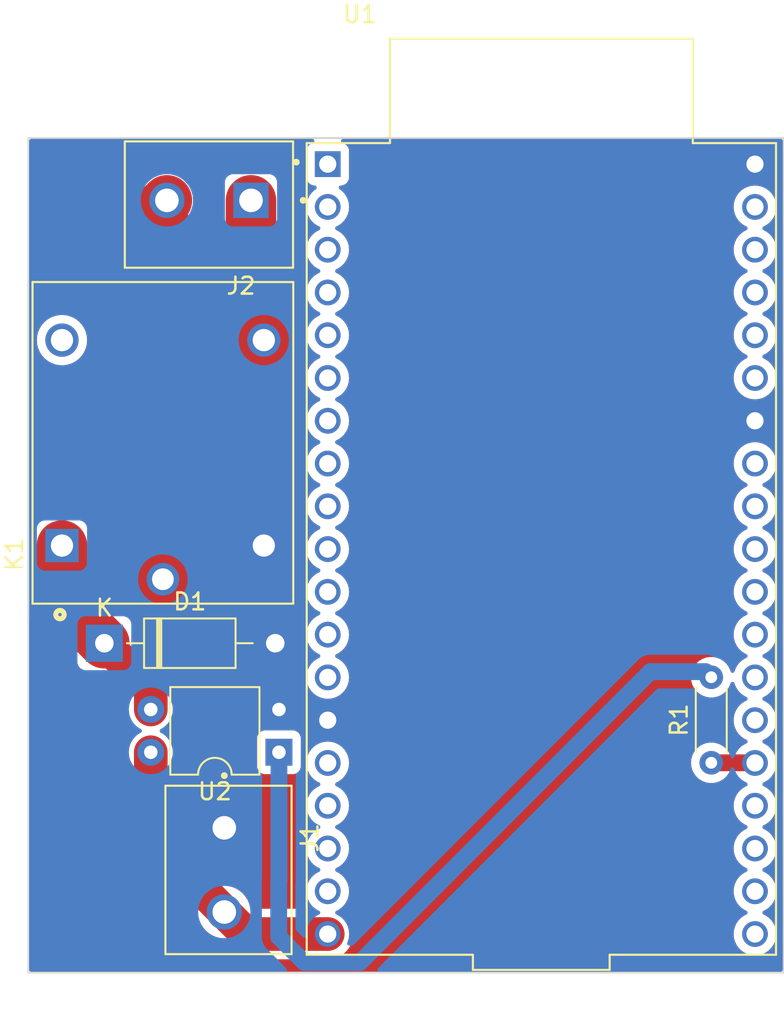
<source format=kicad_pcb>
(kicad_pcb (version 20221018) (generator pcbnew)
  (layers (0 "F.Cu" signal) (31 "B.Cu" signal) (34 "B.Paste" user) (35 "F.Paste" user) (36 "B.SilkS" user "B.Silkscreen") (37 "F.SilkS" user "F.Silkscreen") (38 "B.Mask" user) (39 "F.Mask" user) (44 "Edge.Cuts" user))
  (net 0 "")
  (net 1 "Net-(D1-K)")
  (net 2 "GND")
  (net 21 "+5V")
  (net 26 "Net-(U1-IO2)")
  (net 39 "Net-(R1-Pad2)")
  (net 40 "Net-(J2-Pad1)")
  (net 41 "Net-(J2-Pad2)")
  (footprint "ESP32-DEVKITC:MODULE_ESP32-DEVKITC" (layer "F.Cu") (at 94.1 87.2)
    (fp_text reference "U1" (at -10.795 -31.75) (layer "F.SilkS"))
    (fp_text value "ESP32-DEVKITC")
    (fp_line (start -13.95 -24.1) (end -13.95 24.1) (stroke (width 0.127)) (layer "F.SilkS"))
    (fp_line (start -13.95 24.1) (end -4.07 24.1) (stroke (width 0.127)) (layer "F.SilkS"))
    (fp_line (start -9 -30.3) (end 9 -30.3) (stroke (width 0.127)) (layer "F.SilkS"))
    (fp_line (start -9 -24.1) (end -13.95 -24.1) (stroke (width 0.127)) (layer "F.SilkS"))
    (fp_line (start -9 -24.1) (end -9 -30.3) (stroke (width 0.127)) (layer "F.SilkS"))
    (fp_line (start -4.07 24.1) (end -4.07 25) (stroke (width 0.127)) (layer "F.SilkS"))
    (fp_line (start -4.07 25) (end 4.06 25) (stroke (width 0.127)) (layer "F.SilkS"))
    (fp_line (start 4.06 24.1) (end 13.95 24.1) (stroke (width 0.127)) (layer "F.SilkS"))
    (fp_line (start 4.06 25) (end 4.06 24.1) (stroke (width 0.127)) (layer "F.SilkS"))
    (fp_line (start 9 -30.3) (end 9 -24.1) (stroke (width 0.127)) (layer "F.SilkS"))
    (fp_line (start 13.95 -24.1) (end 9 -24.1) (stroke (width 0.127)) (layer "F.SilkS"))
    (fp_line (start 13.95 24.1) (end 13.95 -24.1) (stroke (width 0.127)) (layer "F.SilkS"))
    (fp_circle (center -14.57 -22.97) (end -14.47 -22.97) (stroke (width 0.2)) (fill none) (layer "F.SilkS"))
    (pad "1" thru_hole rect (at -12.7 -22.85) (size 1.53 1.53) (drill 1.02) (layers "*.Cu" "*.Mask"))
    (pad "2" thru_hole circle (at -12.7 -20.31) (size 1.53 1.53) (drill 1.02) (layers "*.Cu" "*.Mask"))
    (pad "3" thru_hole circle (at -12.7 -17.77) (size 1.53 1.53) (drill 1.02) (layers "*.Cu" "*.Mask"))
    (pad "4" thru_hole circle (at -12.7 -15.23) (size 1.53 1.53) (drill 1.02) (layers "*.Cu" "*.Mask"))
    (pad "5" thru_hole circle (at -12.7 -12.69) (size 1.53 1.53) (drill 1.02) (layers "*.Cu" "*.Mask"))
    (pad "6" thru_hole circle (at -12.7 -10.15) (size 1.53 1.53) (drill 1.02) (layers "*.Cu" "*.Mask"))
    (pad "7" thru_hole circle (at -12.7 -7.61) (size 1.53 1.53) (drill 1.02) (layers "*.Cu" "*.Mask"))
    (pad "8" thru_hole circle (at -12.7 -5.07) (size 1.53 1.53) (drill 1.02) (layers "*.Cu" "*.Mask"))
    (pad "9" thru_hole circle (at -12.7 -2.53) (size 1.53 1.53) (drill 1.02) (layers "*.Cu" "*.Mask"))
    (pad "10" thru_hole circle (at -12.7 0.01) (size 1.53 1.53) (drill 1.02) (layers "*.Cu" "*.Mask"))
    (pad "11" thru_hole circle (at -12.7 2.55) (size 1.53 1.53) (drill 1.02) (layers "*.Cu" "*.Mask"))
    (pad "12" thru_hole circle (at -12.7 5.09) (size 1.53 1.53) (drill 1.02) (layers "*.Cu" "*.Mask"))
    (pad "13" thru_hole circle (at -12.7 7.63) (size 1.53 1.53) (drill 1.02) (layers "*.Cu" "*.Mask"))
    (pad "14" thru_hole circle (at -12.7 10.17) (size 1.53 1.53) (drill 1.02) (layers "*.Cu" "*.Mask") (net 2 "GND"))
    (pad "15" thru_hole circle (at -12.7 12.71) (size 1.53 1.53) (drill 1.02) (layers "*.Cu" "*.Mask"))
    (pad "16" thru_hole circle (at -12.7 15.25) (size 1.53 1.53) (drill 1.02) (layers "*.Cu" "*.Mask"))
    (pad "17" thru_hole circle (at -12.7 17.79) (size 1.53 1.53) (drill 1.02) (layers "*.Cu" "*.Mask"))
    (pad "18" thru_hole circle (at -12.7 20.33) (size 1.53 1.53) (drill 1.02) (layers "*.Cu" "*.Mask"))
    (pad "19" thru_hole circle (at -12.7 22.87) (size 1.53 1.53) (drill 1.02) (layers "*.Cu" "*.Mask") (net 21 "+5V"))
    (pad "20" thru_hole circle (at 12.7 22.87) (size 1.53 1.53) (drill 1.02) (layers "*.Cu" "*.Mask"))
    (pad "21" thru_hole circle (at 12.7 20.33) (size 1.53 1.53) (drill 1.02) (layers "*.Cu" "*.Mask"))
    (pad "22" thru_hole circle (at 12.7 17.79) (size 1.53 1.53) (drill 1.02) (layers "*.Cu" "*.Mask"))
    (pad "23" thru_hole circle (at 12.7 15.25) (size 1.53 1.53) (drill 1.02) (layers "*.Cu" "*.Mask"))
    (pad "24" thru_hole circle (at 12.7 12.71) (size 1.53 1.53) (drill 1.02) (layers "*.Cu" "*.Mask") (net 26 "Net-(U1-IO2)"))
    (pad "25" thru_hole circle (at 12.7 10.17) (size 1.53 1.53) (drill 1.02) (layers "*.Cu" "*.Mask"))
    (pad "26" thru_hole circle (at 12.7 7.63) (size 1.53 1.53) (drill 1.02) (layers "*.Cu" "*.Mask"))
    (pad "27" thru_hole circle (at 12.7 5.09) (size 1.53 1.53) (drill 1.02) (layers "*.Cu" "*.Mask"))
    (pad "28" thru_hole circle (at 12.7 2.55) (size 1.53 1.53) (drill 1.02) (layers "*.Cu" "*.Mask"))
    (pad "29" thru_hole circle (at 12.7 0.01) (size 1.53 1.53) (drill 1.02) (layers "*.Cu" "*.Mask"))
    (pad "30" thru_hole circle (at 12.7 -2.53) (size 1.53 1.53) (drill 1.02) (layers "*.Cu" "*.Mask"))
    (pad "31" thru_hole circle (at 12.7 -5.07) (size 1.53 1.53) (drill 1.02) (layers "*.Cu" "*.Mask"))
    (pad "32" thru_hole circle (at 12.7 -7.61) (size 1.53 1.53) (drill 1.02) (layers "*.Cu" "*.Mask") (net 2 "GND"))
    (pad "33" thru_hole circle (at 12.7 -10.15) (size 1.53 1.53) (drill 1.02) (layers "*.Cu" "*.Mask"))
    (pad "34" thru_hole circle (at 12.7 -12.69) (size 1.53 1.53) (drill 1.02) (layers "*.Cu" "*.Mask"))
    (pad "35" thru_hole circle (at 12.7 -15.23) (size 1.53 1.53) (drill 1.02) (layers "*.Cu" "*.Mask"))
    (pad "36" thru_hole circle (at 12.7 -17.77) (size 1.53 1.53) (drill 1.02) (layers "*.Cu" "*.Mask"))
    (pad "37" thru_hole circle (at 12.7 -20.31) (size 1.53 1.53) (drill 1.02) (layers "*.Cu" "*.Mask"))
    (pad "38" thru_hole circle (at 12.7 -22.85) (size 1.53 1.53) (drill 1.02) (layers "*.Cu" "*.Mask") (net 2 "GND"))
  )
  (footprint "Diode_THT:D_DO-41_SOD81_P10.16mm_Horizontal" (layer "F.Cu") (at 68.12 92.8)
    (fp_text reference "D1" (at 5.08 -2.47) (layer "F.SilkS"))
    (fp_text value "1N4007")
    (fp_text user "K" (at 0 -2.1) (layer "F.SilkS"))
    (fp_line (start 1.34 0) (end 2.36 0) (stroke (width 0.12)) (layer "F.SilkS"))
    (fp_line (start 2.36 -1.47) (end 2.36 1.47) (stroke (width 0.12)) (layer "F.SilkS"))
    (fp_line (start 2.36 1.47) (end 7.8 1.47) (stroke (width 0.12)) (layer "F.SilkS"))
    (fp_line (start 3.14 -1.47) (end 3.14 1.47) (stroke (width 0.12)) (layer "F.SilkS"))
    (fp_line (start 3.26 -1.47) (end 3.26 1.47) (stroke (width 0.12)) (layer "F.SilkS"))
    (fp_line (start 3.38 -1.47) (end 3.38 1.47) (stroke (width 0.12)) (layer "F.SilkS"))
    (fp_line (start 7.8 -1.47) (end 2.36 -1.47) (stroke (width 0.12)) (layer "F.SilkS"))
    (fp_line (start 7.8 1.47) (end 7.8 -1.47) (stroke (width 0.12)) (layer "F.SilkS"))
    (fp_line (start 8.82 0) (end 7.8 0) (stroke (width 0.12)) (layer "F.SilkS"))
    (pad "1" thru_hole rect (at 0 0) (size 2.2 2.2) (drill 1.1) (layers "*.Cu" "*.Mask") (net 1 "Net-(D1-K)"))
    (pad "2" thru_hole oval (at 10.16 0) (size 2.2 2.2) (drill 1.1) (layers "*.Cu" "*.Mask") (net 2 "GND"))
  )
  (footprint "KF301-2P:HANDSON_KF301-2P" (layer "F.Cu") (at 74.3375 66.5 180)
    (fp_text reference "J2" (at -1.905 -5.08) (layer "F.SilkS"))
    (fp_text value "KF301-2P")
    (fp_line (start -5 -4) (end 5 -4) (stroke (width 0.127)) (layer "F.SilkS"))
    (fp_line (start -5 3.5) (end -5 -4) (stroke (width 0.127)) (layer "F.SilkS"))
    (fp_line (start 5 -4) (end 5 3.5) (stroke (width 0.127)) (layer "F.SilkS"))
    (fp_line (start 5 3.5) (end -5 3.5) (stroke (width 0.127)) (layer "F.SilkS"))
    (fp_circle (center -5.6 0) (end -5.5 0) (stroke (width 0.2)) (fill none) (layer "F.SilkS"))
    (pad "1" thru_hole rect (at -2.5 0 180) (size 2.1 2.1) (drill 1.4) (layers "*.Cu" "*.Mask") (net 40 "Net-(J2-Pad1)"))
    (pad "2" thru_hole circle (at 2.5 0 180) (size 2.1 2.1) (drill 1.4) (layers "*.Cu" "*.Mask") (net 41 "Net-(J2-Pad2)"))
  )
  (footprint "SRD-05VDC-SL-C:RELAY_SRD-05VDC-SL-C" (layer "F.Cu") (at 71.6 80.9 90)
    (fp_text reference "K1" (at -6.62563 -8.83584 90) (layer "F.SilkS") (effects (font (size 1.000094 1.000094))))
    (fp_text value "SRD-05VDC-SL-C")
    (fp_line (start -9.55 -7.75) (end 9.55 -7.75) (stroke (width 0.127)) (layer "F.SilkS"))
    (fp_line (start -9.55 7.75) (end -9.55 -7.75) (stroke (width 0.127)) (layer "F.SilkS"))
    (fp_line (start 9.55 -7.75) (end 9.55 7.75) (stroke (width 0.127)) (layer "F.SilkS"))
    (fp_line (start 9.55 7.75) (end -9.55 7.75) (stroke (width 0.127)) (layer "F.SilkS"))
    (fp_circle (center -10.2 -6.119) (end -10.1 -6.119) (stroke (width 0.3)) (fill none) (layer "F.SilkS"))
    (pad "A1" thru_hole rect (at -6.1 -6 90) (size 1.98 1.98) (drill 1.32) (layers "*.Cu" "*.Mask") (net 1 "Net-(D1-K)"))
    (pad "A2" thru_hole circle (at -6.1 6 90) (size 1.98 1.98) (drill 1.32) (layers "*.Cu" "*.Mask") (net 2 "GND"))
    (pad "COM" thru_hole circle (at -8.1 0 90) (size 1.935 1.935) (drill 1.29) (layers "*.Cu" "*.Mask") (net 41 "Net-(J2-Pad2)"))
    (pad "NC" thru_hole circle (at 6.1 -6 90) (size 1.98 1.98) (drill 1.32) (layers "*.Cu" "*.Mask"))
    (pad "NO" thru_hole circle (at 6.1 6 90) (size 1.98 1.98) (drill 1.32) (layers "*.Cu" "*.Mask") (net 40 "Net-(J2-Pad1)"))
  )
  (footprint "Resistor_THT:R_Axial_DIN0204_L3.6mm_D1.6mm_P5.08mm_Horizontal" (layer "F.Cu") (at 104.2 99.9 90)
    (fp_text reference "R1" (at 2.54 -1.92 90) (layer "F.SilkS"))
    (fp_text value "180Ω")
    (fp_line (start 0.62 -0.92) (end 4.46 -0.92) (stroke (width 0.12)) (layer "F.SilkS"))
    (fp_line (start 0.62 0.92) (end 4.46 0.92) (stroke (width 0.12)) (layer "F.SilkS"))
    (pad "1" thru_hole circle (at 0 0 90) (size 1.4 1.4) (drill 0.7) (layers "*.Cu" "*.Mask") (net 26 "Net-(U1-IO2)"))
    (pad "2" thru_hole oval (at 5.08 0 90) (size 1.4 1.4) (drill 0.7) (layers "*.Cu" "*.Mask") (net 39 "Net-(R1-Pad2)"))
  )
  (footprint "Package_DIP:DIP-4_W7.62mm" (layer "F.Cu") (at 78.5 99.275 180)
    (fp_text reference "U2" (at 3.81 -2.33) (layer "F.SilkS"))
    (fp_text value "PC817")
    (fp_line (start 1.16 -1.33) (end 1.16 3.87) (stroke (width 0.12)) (layer "F.SilkS"))
    (fp_line (start 1.16 3.87) (end 6.46 3.87) (stroke (width 0.12)) (layer "F.SilkS"))
    (fp_line (start 2.81 -1.33) (end 1.16 -1.33) (stroke (width 0.12)) (layer "F.SilkS"))
    (fp_line (start 6.46 -1.33) (end 4.81 -1.33) (stroke (width 0.12)) (layer "F.SilkS"))
    (fp_line (start 6.46 3.87) (end 6.46 -1.33) (stroke (width 0.12)) (layer "F.SilkS"))
    (fp_arc (start 4.81 -1.33) (mid 3.81 -0.33) (end 2.81 -1.33) (stroke (width 0.12)) (layer "F.SilkS"))
    (pad "1" thru_hole rect (at 0 0 180) (size 1.6 1.6) (drill 0.8) (layers "*.Cu" "*.Mask") (net 39 "Net-(R1-Pad2)"))
    (pad "2" thru_hole oval (at 0 2.54 180) (size 1.6 1.6) (drill 0.8) (layers "*.Cu" "*.Mask") (net 2 "GND"))
    (pad "3" thru_hole oval (at 7.62 2.54 180) (size 1.6 1.6) (drill 0.8) (layers "*.Cu" "*.Mask") (net 1 "Net-(D1-K)"))
    (pad "4" thru_hole oval (at 7.62 0 180) (size 1.6 1.6) (drill 0.8) (layers "*.Cu" "*.Mask") (net 21 "+5V"))
  )
  (footprint "KF301-2P:HANDSON_KF301-2P" (layer "F.Cu") (at 75.25 106.2625 -90)
    (fp_text reference "J1" (at -1.905 -5.08 90) (layer "F.SilkS"))
    (fp_text value "KF301-2P")
    (fp_line (start -5 -4) (end 5 -4) (stroke (width 0.127)) (layer "F.SilkS"))
    (fp_line (start -5 3.5) (end -5 -4) (stroke (width 0.127)) (layer "F.SilkS"))
    (fp_line (start 5 -4) (end 5 3.5) (stroke (width 0.127)) (layer "F.SilkS"))
    (fp_line (start 5 3.5) (end -5 3.5) (stroke (width 0.127)) (layer "F.SilkS"))
    (fp_circle (center -5.6 0) (end -5.5 0) (stroke (width 0.2)) (fill none) (layer "F.SilkS"))
    (pad "1" thru_hole rect (at -2.5 0 270) (size 2.1 2.1) (drill 1.4) (layers "*.Cu" "*.Mask") (net 2 "GND"))
    (pad "2" thru_hole circle (at 2.5 0 270) (size 2.1 2.1) (drill 1.4) (layers "*.Cu" "*.Mask") (net 21 "+5V"))
  )
  (gr_rect (start 63.6 62.8) (end 108.5 112.362) (stroke (width 0.1)) (fill none) (layer "Edge.Cuts"))
  (segment (start 65.6 87) (end 65.6 90.28) (width 3) (layer "F.Cu") (net 1))
  (segment (start 70.88 96.735) (end 70.88 95.56) (width 2) (layer "F.Cu") (net 1))
  (segment (start 65.6 90.28) (end 68.12 92.8) (width 3) (layer "F.Cu") (net 1))
  (segment (start 70.88 95.56) (end 68.12 92.8) (width 2) (layer "F.Cu") (net 1))
  (segment (start 75.25 108.7625) (end 76.5575 110.07) (width 2) (layer "F.Cu") (net 21))
  (segment (start 76.5575 110.07) (end 81.4 110.07) (width 2) (layer "F.Cu") (net 21))
  (segment (start 70.88 99.275) (end 70.88 104.3925) (width 2) (layer "F.Cu") (net 21))
  (segment (start 70.88 104.3925) (end 75.25 108.7625) (width 2) (layer "F.Cu") (net 21))
  (segment (start 106.79 99.9) (end 106.8 99.91) (width 1) (layer "F.Cu") (net 26))
  (segment (start 104.2 99.9) (end 106.79 99.9) (width 1) (layer "F.Cu") (net 26))
  (segment (start 100.584 94.488) (end 83.312 111.76) (width 1) (layer "B.Cu") (net 39))
  (segment (start 78.486 106.934) (end 78.5 106.92) (width 1) (layer "B.Cu") (net 39))
  (segment (start 78.5 106.92) (end 78.5 99.275) (width 1) (layer "B.Cu") (net 39))
  (segment (start 80.01 111.76) (end 78.486 110.236) (width 1) (layer "B.Cu") (net 39))
  (segment (start 104.2 94.82) (end 103.868 94.488) (width 1) (layer "B.Cu") (net 39))
  (segment (start 103.868 94.488) (end 100.584 94.488) (width 1) (layer "B.Cu") (net 39))
  (segment (start 78.486 110.236) (end 78.486 106.934) (width 1) (layer "B.Cu") (net 39))
  (segment (start 83.312 111.76) (end 80.01 111.76) (width 1) (layer "B.Cu") (net 39))
  (segment (start 76.8375 74.0375) (end 77.6 74.8) (width 3) (layer "F.Cu") (net 40))
  (segment (start 76.8375 66.5) (end 76.8375 74.0375) (width 3) (layer "F.Cu") (net 40))
  (segment (start 71.6 66.7375) (end 71.8375 66.5) (width 3) (layer "F.Cu") (net 41))
  (segment (start 71.6 89) (end 71.6 66.7375) (width 3) (layer "F.Cu") (net 41))
  (zone (net 2) (net_name "GND") (layers "F&B.Cu") (connect_pads yes (clearance 0.5)) (min_thickness 0.25) (fill yes (thermal_gap 0.5) (thermal_bridge_width 0.5))
    (polygon (pts (xy 108.45 112.31) (xy 108.45 62.85) (xy 63.65 62.85) (xy 63.65 112.31)))
  )
)
</source>
